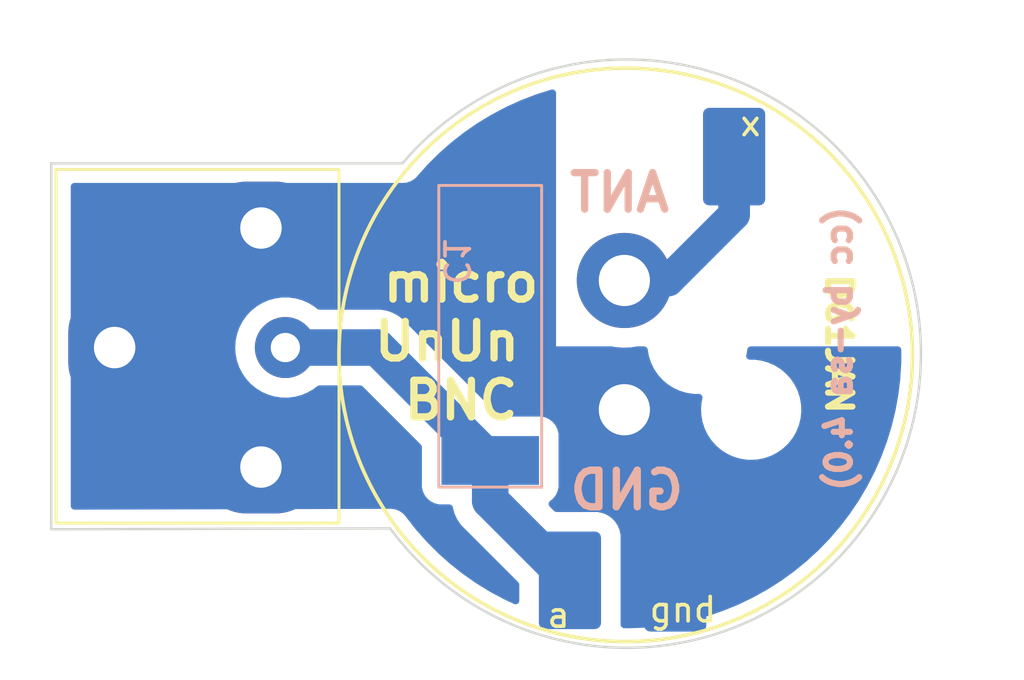
<source format=kicad_pcb>
(kicad_pcb (version 20211014) (generator pcbnew)
  (layers (0 "F.Cu" signal) (31 "B.Cu" signal) (34 "B.Paste" user) (35 "F.Paste" user) (36 "B.SilkS" user "B.Silkscreen") (37 "F.SilkS" user "F.Silkscreen") (38 "B.Mask" user) (39 "F.Mask" user) (44 "Edge.Cuts" user))
  (net 0 "")
  (net 1 "Net-(C1-Pad1)")
  (net 2 "GND")
  (net 3 "Net-(J2-Pad1)")
  (footprint "Connector_Wire:SolderWire-1.5sqmm_1x01_D1.7mm_OD3.9mm" (layer "F.Cu") (at 110.5 73)
    (fp_text reference "J3" hide)
    (fp_text value "B_THT_Pad" hide)
    (pad "1" thru_hole circle (at 0 0) (size 3.9 3.9) (drill 2.1) (layers *.Cu *.Mask) (net 2 "GND"))
  )
  (footprint "MountingHole:MountingHole_2.5mm" (layer "F.Cu") (at 113.5 70.3)
    (fp_text reference "REF**" hide)
    (fp_text value "MountingHole_2.5mm" hide)
    (pad "" np_thru_hole circle (at 0 0) (size 2.5 2.5) (drill 2.5) (layers *.Cu *.Mask))
  )
  (footprint "MountingHole:MountingHole_2.5mm" (layer "F.Cu") (at 115.7 73)
    (fp_text reference "REF**" hide)
    (fp_text value "MountingHole_2.5mm" hide)
    (pad "" np_thru_hole circle (at 0 0) (size 2.5 2.5) (drill 2.5) (layers *.Cu *.Mask))
  )
  (footprint "MountingHole:MountingHole_2.5mm" (layer "F.Cu") (at 115.7 67.7)
    (fp_text reference "REF**" hide)
    (fp_text value "MountingHole_2.5mm" hide)
    (pad "" np_thru_hole circle (at 0 0) (size 2.5 2.5) (drill 2.5) (layers *.Cu *.Mask))
  )
  (footprint "UniBalunLibrary:FT82_Balun" (layer "F.Cu") (at 110.555221 70.7498)
    (fp_text reference "U1" hide)
    (fp_text value "Core" hide)
    (fp_text user "a" (at -2.755221 10.668) (layer "F.SilkS"))
    (fp_text user "x" (at 5.116379 -9.485) (layer "F.SilkS"))
    (fp_text user "gnd" (at 2.344779 10.4502) (layer "F.SilkS"))
    (pad "1" smd roundrect (at 2.032 9.3472) (size 2.55 4) (layers "B.Cu" "B.Paste" "B.Mask") (roundrect_rratio 0.09803882353) (net 2 "GND"))
    (pad "2" smd roundrect (at -2.286 9.2456) (size 2.55 4) (layers "B.Cu" "B.Paste" "B.Mask") (roundrect_rratio 0.09803882353) (net 1 "Net-(C1-Pad1)"))
    (pad "3" smd roundrect (at 4.445 -8.128) (size 2.55 4) (layers "B.Cu" "B.Paste" "B.Mask") (roundrect_rratio 0.09803882353) (net 3 "Net-(J2-Pad1)"))
  )
  (footprint "Connector_Wire:SolderWire-1.5sqmm_1x01_D1.7mm_OD3.9mm" (layer "F.Cu") (at 110.5 67.7)
    (fp_text reference "J2" hide)
    (fp_text value "B_THT_Pad" hide)
    (pad "1" thru_hole circle (at 0 0) (size 3.9 3.9) (drill 2.1) (layers *.Cu *.Mask) (net 3 "Net-(J2-Pad1)"))
  )
  (footprint "UniBalunLibrary:Elecbee_BNC" (layer "F.Cu") (at 95.6 65.55 -90)
    (fp_text reference "J1" hide)
    (fp_text value "BNC")
    (fp_rect (start -2.4 8.4) (end 12.1 -3.2) (layer "F.SilkS") (width 0.12) (fill none))
    (pad "1" thru_hole circle (at 4.9 -1 270) (size 2.5 2.5) (drill 1.2) (layers *.Cu *.Mask) (net 1 "Net-(C1-Pad1)"))
    (pad "2" thru_hole oval (at 4.9 6) (size 3.8 5) (drill 1.7) (layers *.Cu *.Mask) (net 2 "GND"))
    (pad "2" thru_hole oval (at 9.8 0 270) (size 3.8 5) (drill 1.7) (layers *.Cu *.Mask) (net 2 "GND"))
    (pad "2" thru_hole oval (at 0 0 270) (size 3.8 5) (drill 1.7) (layers *.Cu *.Mask) (net 2 "GND"))
  )
  (footprint "UniBalunLibrary:THTSMD_cap" (layer "B.Cu") (at 105 70 90)
    (fp_text reference "C1" (at 3.1 -1.4 270 unlocked) (layer "B.SilkS") (effects (justify mirror)))
    (fp_text value "100pF" hide)
    (fp_rect (start -6.1722 2.1082) (end 6.1976 -2.1082) (layer "B.SilkS") (width 0.12) (fill none))
    (pad "1" smd rect (at -5.08 0 90) (size 2 4) (layers "B.Cu" "B.Paste" "B.Mask") (net 1 "Net-(C1-Pad1)"))
    (pad "2" smd rect (at 5.08 0 90) (size 2 4) (layers "B.Cu" "B.Paste" "B.Mask") (net 2 "GND"))
  )
  (gr_circle (center 110.555221 70.7498) (end 122.312113 70.7498) (layer "F.SilkS") (width 0.15) (fill none))
  (gr_arc (start 101.4 62.9) (mid 122.654691 71.105481) (end 100.896654 77.864152) (layer "Edge.Cuts") (width 0.1))
  (gr_line (start 87 62.9) (end 101.4 62.9) (layer "Edge.Cuts") (width 0.1))
  (gr_line (start 87 77.7) (end 87 77.9) (layer "Edge.Cuts") (width 0.1))
  (gr_line (start 87 62.9) (end 87 77.7) (layer "Edge.Cuts") (width 0.1))
  (gr_line (start 87 77.9) (end 100.896654 77.864152) (layer "Edge.Cuts") (width 0.1))
  (gr_text "(cc by-sa 4.0)" (at 119.3 70.5 90) (layer "B.SilkS") (effects (font (size 1 1) (thickness 0.25)) (justify mirror)))
  (gr_text "GND" (at 110.6 76.3) (layer "B.SilkS") (effects (font (size 1.5 1.5) (thickness 0.3)) (justify mirror)))
  (gr_text "ANT" (at 110.3 64.1) (layer "B.SilkS") (effects (font (size 1.5 1.5) (thickness 0.3)) (justify mirror)))
  (gr_text "micro\nUnUn \nBNC" (at 103.8 70.2) (layer "F.SilkS") (effects (font (size 1.5 1.5) (thickness 0.3))))
  (gr_text "DG1JAN" (at 119.3 70.3 270) (layer "F.SilkS") (effects (font (size 1 1) (thickness 0.25))))
  (segment (start 105 75.08) (end 105 76.726179) (width 1.5) (layer "B.Cu") (net 1))
  (segment (start 96.6 70.45) (end 100.37 70.45) (width 1.5) (layer "B.Cu") (net 1))
  (segment (start 105 76.726179) (end 108.269221 79.9954) (width 1.5) (layer "B.Cu") (net 1))
  (segment (start 100.37 70.45) (end 105 75.08) (width 1.5) (layer "B.Cu") (net 1))
  (segment (start 110.5 67.7) (end 112.3 67.7) (width 1.3) (layer "B.Cu") (net 3))
  (segment (start 112.3 67.7) (end 115.000221 64.999779) (width 1.3) (layer "B.Cu") (net 3))
  (segment (start 115.000221 64.999779) (end 115.000221 62.6218) (width 1.3) (layer "B.Cu") (net 3))
  (zone (net 2) (net_name "GND") (layer "B.Cu") (connect_pads yes (clearance 0.8)) (min_thickness 0.3) (fill yes (thermal_gap 0.508) (thermal_bridge_width 0.508))
    (polygon (pts (xy 107.7 70.4) (xy 126.8 70.4) (xy 126.9 84.1) (xy 87 84) (xy 84.9 84) (xy 85 56.2) (xy 107.7 56.2)))
  )
)
</source>
